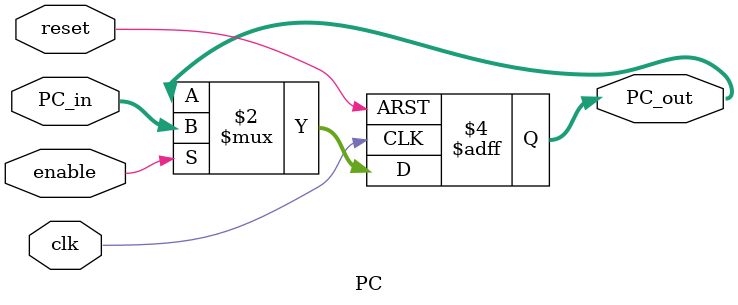
<source format=v>

module PC (
    input         clk,          // Reloj del sistema
    input         reset,        // Reset asíncrono (activo en alto)
    input         enable,       // Habilitador (para stalls del pipeline)
    input  [31:0] PC_in,        // Nueva dirección (PC+4 o dirección de salto)
    output reg [31:0] PC_out    // Dirección actual de instrucción
);

    // Comportamiento del PC
    always @(posedge clk or posedge reset) begin
        if (reset) begin
            PC_out <= 32'h00000000;  // Inicializa en dirección 0
        end
        else if (enable) begin
            PC_out <= PC_in;         // Actualiza con nueva dirección
        end
        // Si enable = 0, mantiene el valor actual (stall)
    end

endmodule

</source>
